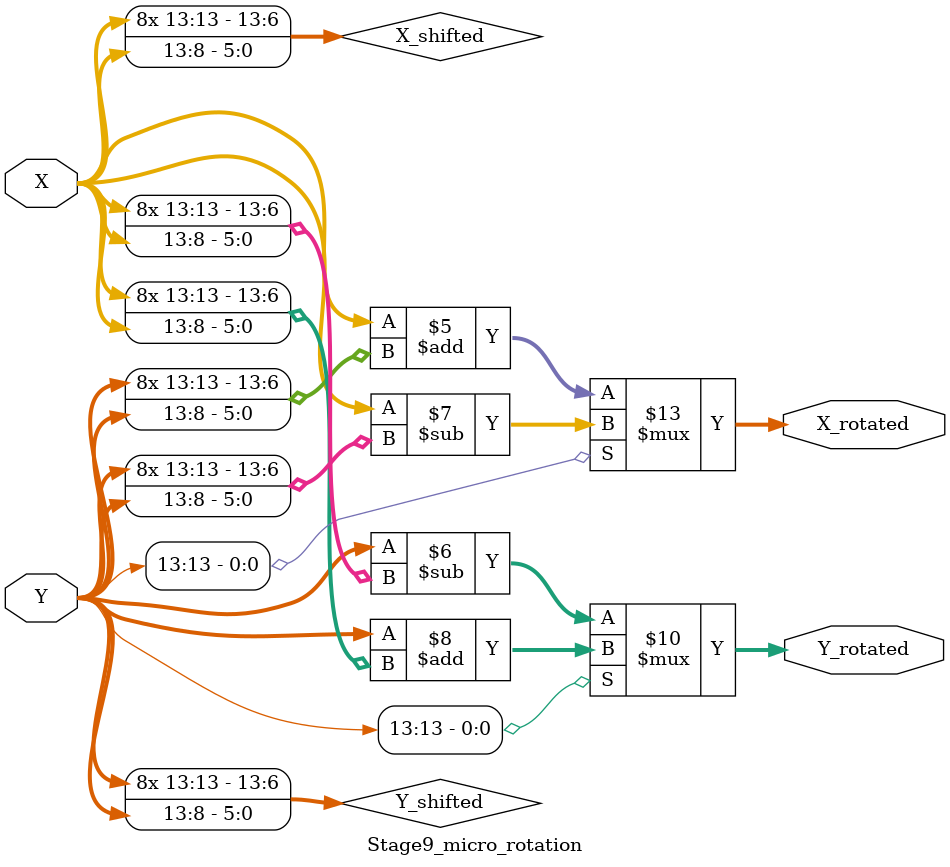
<source format=v>
`timescale 1ns / 1ps

module Stage9_micro_rotation(X, Y, X_rotated, Y_rotated);     
input [13:0] X, Y;
//input Y_signed;
output [13:0] X_rotated, Y_rotated;

// input
wire signed [13:0] X, Y;        // S1.12  (14bits)
//wire signed Y_signed;           // Y[13] = ¦P¤@­Ó stage Y ªº signed bit¡A¨M©w X¡BY ­n¥[©Î´î

// output
reg signed [13:0] X_rotated, Y_rotated;       // S1.12  (14bits)

reg signed [13:0] X_shifted, Y_shifted;

always@ (X or Y)
begin
    X_shifted = X >>> 8;          // ²Ä 9 ­Ó stage ¦V¥k¦ì²¾ 8 bits
    Y_shifted = Y >>> 8;
    
    if(Y[13] == 1'b0)
    begin
        X_rotated = X + Y_shifted;
        Y_rotated = Y - X_shifted;
    end
    
    else
    begin
        X_rotated = X - Y_shifted;
        Y_rotated = Y + X_shifted;
    end
end

endmodule

</source>
